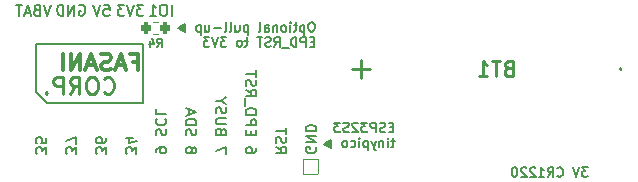
<source format=gbo>
G04 #@! TF.GenerationSoftware,KiCad,Pcbnew,6.0.9-8da3e8f707~117~ubuntu20.04.1*
G04 #@! TF.CreationDate,2022-12-28T17:02:08+01:00*
G04 #@! TF.ProjectId,tinypico-goodisplay,74696e79-7069-4636-9f2d-676f6f646973,rev?*
G04 #@! TF.SameCoordinates,Original*
G04 #@! TF.FileFunction,Legend,Bot*
G04 #@! TF.FilePolarity,Positive*
%FSLAX46Y46*%
G04 Gerber Fmt 4.6, Leading zero omitted, Abs format (unit mm)*
G04 Created by KiCad (PCBNEW 6.0.9-8da3e8f707~117~ubuntu20.04.1) date 2022-12-28 17:02:08*
%MOMM*%
%LPD*%
G01*
G04 APERTURE LIST*
G04 Aperture macros list*
%AMRoundRect*
0 Rectangle with rounded corners*
0 $1 Rounding radius*
0 $2 $3 $4 $5 $6 $7 $8 $9 X,Y pos of 4 corners*
0 Add a 4 corners polygon primitive as box body*
4,1,4,$2,$3,$4,$5,$6,$7,$8,$9,$2,$3,0*
0 Add four circle primitives for the rounded corners*
1,1,$1+$1,$2,$3*
1,1,$1+$1,$4,$5*
1,1,$1+$1,$6,$7*
1,1,$1+$1,$8,$9*
0 Add four rect primitives between the rounded corners*
20,1,$1+$1,$2,$3,$4,$5,0*
20,1,$1+$1,$4,$5,$6,$7,0*
20,1,$1+$1,$6,$7,$8,$9,0*
20,1,$1+$1,$8,$9,$2,$3,0*%
G04 Aperture macros list end*
%ADD10C,0.150000*%
%ADD11C,0.130000*%
%ADD12C,0.250000*%
%ADD13C,0.300000*%
%ADD14C,0.140000*%
%ADD15C,0.254000*%
%ADD16C,0.200000*%
%ADD17C,0.120000*%
%ADD18C,0.889000*%
%ADD19C,1.473200*%
%ADD20RoundRect,0.025400X0.635000X-0.635000X0.635000X0.635000X-0.635000X0.635000X-0.635000X-0.635000X0*%
%ADD21R,4.350000X2.300000*%
%ADD22R,4.040000X2.300000*%
%ADD23RoundRect,0.200000X0.200000X0.275000X-0.200000X0.275000X-0.200000X-0.275000X0.200000X-0.275000X0*%
G04 APERTURE END LIST*
D10*
X84875000Y-40900000D02*
X75825000Y-40900000D01*
X84875000Y-45900000D02*
X84875000Y-40900000D01*
X75825000Y-40900000D02*
X75825000Y-44900000D01*
X75825000Y-44900000D02*
X76775000Y-45900000D01*
X76775000Y-45900000D02*
X84875000Y-45900000D01*
D11*
X94478835Y-49707143D02*
X94478835Y-49878571D01*
X94435978Y-49964286D01*
X94393120Y-50007143D01*
X94264549Y-50092857D01*
X94093120Y-50135714D01*
X93750263Y-50135714D01*
X93664549Y-50092857D01*
X93621692Y-50050000D01*
X93578835Y-49964286D01*
X93578835Y-49792857D01*
X93621692Y-49707143D01*
X93664549Y-49664286D01*
X93750263Y-49621428D01*
X93964549Y-49621428D01*
X94050263Y-49664286D01*
X94093120Y-49707143D01*
X94135978Y-49792857D01*
X94135978Y-49964286D01*
X94093120Y-50050000D01*
X94050263Y-50092857D01*
X93964549Y-50135714D01*
X94050263Y-48550000D02*
X94050263Y-48250000D01*
X93578835Y-48121428D02*
X93578835Y-48550000D01*
X94478835Y-48550000D01*
X94478835Y-48121428D01*
X93578835Y-47735714D02*
X94478835Y-47735714D01*
X94478835Y-47392857D01*
X94435978Y-47307143D01*
X94393120Y-47264286D01*
X94307406Y-47221428D01*
X94178835Y-47221428D01*
X94093120Y-47264286D01*
X94050263Y-47307143D01*
X94007406Y-47392857D01*
X94007406Y-47735714D01*
X93578835Y-46835714D02*
X94478835Y-46835714D01*
X94478835Y-46621428D01*
X94435978Y-46492857D01*
X94350263Y-46407143D01*
X94264549Y-46364286D01*
X94093120Y-46321428D01*
X93964549Y-46321428D01*
X93793120Y-46364286D01*
X93707406Y-46407143D01*
X93621692Y-46492857D01*
X93578835Y-46621428D01*
X93578835Y-46835714D01*
X93493120Y-46150000D02*
X93493120Y-45464286D01*
X93578835Y-44735714D02*
X94007406Y-45035714D01*
X93578835Y-45250000D02*
X94478835Y-45250000D01*
X94478835Y-44907143D01*
X94435978Y-44821428D01*
X94393120Y-44778571D01*
X94307406Y-44735714D01*
X94178835Y-44735714D01*
X94093120Y-44778571D01*
X94050263Y-44821428D01*
X94007406Y-44907143D01*
X94007406Y-45250000D01*
X93621692Y-44392857D02*
X93578835Y-44264286D01*
X93578835Y-44050000D01*
X93621692Y-43964286D01*
X93664549Y-43921428D01*
X93750263Y-43878571D01*
X93835978Y-43878571D01*
X93921692Y-43921428D01*
X93964549Y-43964286D01*
X94007406Y-44050000D01*
X94050263Y-44221428D01*
X94093120Y-44307143D01*
X94135978Y-44350000D01*
X94221692Y-44392857D01*
X94307406Y-44392857D01*
X94393120Y-44350000D01*
X94435978Y-44307143D01*
X94478835Y-44221428D01*
X94478835Y-44007143D01*
X94435978Y-43878571D01*
X94478835Y-43621428D02*
X94478835Y-43107143D01*
X93578835Y-43364286D02*
X94478835Y-43364286D01*
X79233711Y-50178571D02*
X79233711Y-49621428D01*
X78890854Y-49921428D01*
X78890854Y-49792857D01*
X78847996Y-49707142D01*
X78805139Y-49664285D01*
X78719425Y-49621428D01*
X78505139Y-49621428D01*
X78419425Y-49664285D01*
X78376568Y-49707142D01*
X78333711Y-49792857D01*
X78333711Y-50050000D01*
X78376568Y-50135714D01*
X78419425Y-50178571D01*
X79233711Y-49321428D02*
X79233711Y-48721428D01*
X78333711Y-49107142D01*
X99517686Y-49621428D02*
X99560543Y-49707142D01*
X99560543Y-49835714D01*
X99517686Y-49964285D01*
X99431971Y-50049999D01*
X99346257Y-50092856D01*
X99174828Y-50135714D01*
X99046257Y-50135714D01*
X98874828Y-50092856D01*
X98789114Y-50049999D01*
X98703400Y-49964285D01*
X98660543Y-49835714D01*
X98660543Y-49749999D01*
X98703400Y-49621428D01*
X98746257Y-49578571D01*
X99046257Y-49578571D01*
X99046257Y-49749999D01*
X98660543Y-49192856D02*
X99560543Y-49192856D01*
X98660543Y-48678571D01*
X99560543Y-48678571D01*
X98660543Y-48249999D02*
X99560543Y-48249999D01*
X99560543Y-48035714D01*
X99517686Y-47907142D01*
X99431971Y-47821428D01*
X99346257Y-47778571D01*
X99174828Y-47735714D01*
X99046257Y-47735714D01*
X98874828Y-47778571D01*
X98789114Y-47821428D01*
X98703400Y-47907142D01*
X98660543Y-48035714D01*
X98660543Y-48249999D01*
X99222642Y-39017904D02*
X99070261Y-39017904D01*
X98994071Y-39056000D01*
X98917880Y-39132190D01*
X98879785Y-39284571D01*
X98879785Y-39551238D01*
X98917880Y-39703619D01*
X98994071Y-39779809D01*
X99070261Y-39817904D01*
X99222642Y-39817904D01*
X99298833Y-39779809D01*
X99375023Y-39703619D01*
X99413119Y-39551238D01*
X99413119Y-39284571D01*
X99375023Y-39132190D01*
X99298833Y-39056000D01*
X99222642Y-39017904D01*
X98536928Y-39284571D02*
X98536928Y-40084571D01*
X98536928Y-39322666D02*
X98460738Y-39284571D01*
X98308357Y-39284571D01*
X98232166Y-39322666D01*
X98194071Y-39360761D01*
X98155976Y-39436952D01*
X98155976Y-39665523D01*
X98194071Y-39741714D01*
X98232166Y-39779809D01*
X98308357Y-39817904D01*
X98460738Y-39817904D01*
X98536928Y-39779809D01*
X97927404Y-39284571D02*
X97622642Y-39284571D01*
X97813119Y-39017904D02*
X97813119Y-39703619D01*
X97775023Y-39779809D01*
X97698833Y-39817904D01*
X97622642Y-39817904D01*
X97355976Y-39817904D02*
X97355976Y-39284571D01*
X97355976Y-39017904D02*
X97394071Y-39056000D01*
X97355976Y-39094095D01*
X97317880Y-39056000D01*
X97355976Y-39017904D01*
X97355976Y-39094095D01*
X96860738Y-39817904D02*
X96936928Y-39779809D01*
X96975023Y-39741714D01*
X97013119Y-39665523D01*
X97013119Y-39436952D01*
X96975023Y-39360761D01*
X96936928Y-39322666D01*
X96860738Y-39284571D01*
X96746452Y-39284571D01*
X96670261Y-39322666D01*
X96632166Y-39360761D01*
X96594071Y-39436952D01*
X96594071Y-39665523D01*
X96632166Y-39741714D01*
X96670261Y-39779809D01*
X96746452Y-39817904D01*
X96860738Y-39817904D01*
X96251214Y-39284571D02*
X96251214Y-39817904D01*
X96251214Y-39360761D02*
X96213119Y-39322666D01*
X96136928Y-39284571D01*
X96022642Y-39284571D01*
X95946452Y-39322666D01*
X95908357Y-39398857D01*
X95908357Y-39817904D01*
X95184547Y-39817904D02*
X95184547Y-39398857D01*
X95222642Y-39322666D01*
X95298833Y-39284571D01*
X95451214Y-39284571D01*
X95527404Y-39322666D01*
X95184547Y-39779809D02*
X95260738Y-39817904D01*
X95451214Y-39817904D01*
X95527404Y-39779809D01*
X95565500Y-39703619D01*
X95565500Y-39627428D01*
X95527404Y-39551238D01*
X95451214Y-39513142D01*
X95260738Y-39513142D01*
X95184547Y-39475047D01*
X94689309Y-39817904D02*
X94765500Y-39779809D01*
X94803595Y-39703619D01*
X94803595Y-39017904D01*
X93775023Y-39284571D02*
X93775023Y-40084571D01*
X93775023Y-39322666D02*
X93698833Y-39284571D01*
X93546452Y-39284571D01*
X93470261Y-39322666D01*
X93432166Y-39360761D01*
X93394071Y-39436952D01*
X93394071Y-39665523D01*
X93432166Y-39741714D01*
X93470261Y-39779809D01*
X93546452Y-39817904D01*
X93698833Y-39817904D01*
X93775023Y-39779809D01*
X92708357Y-39284571D02*
X92708357Y-39817904D01*
X93051214Y-39284571D02*
X93051214Y-39703619D01*
X93013119Y-39779809D01*
X92936928Y-39817904D01*
X92822642Y-39817904D01*
X92746452Y-39779809D01*
X92708357Y-39741714D01*
X92213119Y-39817904D02*
X92289309Y-39779809D01*
X92327404Y-39703619D01*
X92327404Y-39017904D01*
X91794071Y-39817904D02*
X91870261Y-39779809D01*
X91908357Y-39703619D01*
X91908357Y-39017904D01*
X91489309Y-39513142D02*
X90879785Y-39513142D01*
X90155976Y-39284571D02*
X90155976Y-39817904D01*
X90498833Y-39284571D02*
X90498833Y-39703619D01*
X90460738Y-39779809D01*
X90384547Y-39817904D01*
X90270261Y-39817904D01*
X90194071Y-39779809D01*
X90155976Y-39741714D01*
X89775023Y-39284571D02*
X89775023Y-40084571D01*
X89775023Y-39322666D02*
X89698833Y-39284571D01*
X89546452Y-39284571D01*
X89470261Y-39322666D01*
X89432166Y-39360761D01*
X89394071Y-39436952D01*
X89394071Y-39665523D01*
X89432166Y-39741714D01*
X89470261Y-39779809D01*
X89546452Y-39817904D01*
X89698833Y-39817904D01*
X89775023Y-39779809D01*
X88403595Y-39208380D02*
X88403595Y-39817904D01*
X88365500Y-39246476D02*
X88365500Y-39779809D01*
X88327404Y-39246476D02*
X88327404Y-39779809D01*
X88289309Y-39284571D02*
X88289309Y-39741714D01*
X88251214Y-39284571D02*
X88251214Y-39741714D01*
X88213119Y-39322666D02*
X88213119Y-39703619D01*
X88175023Y-39322666D02*
X88175023Y-39703619D01*
X88136928Y-39360761D02*
X88136928Y-39665523D01*
X88098833Y-39398857D02*
X88098833Y-39627428D01*
X88060738Y-39398857D02*
X88060738Y-39627428D01*
X88022642Y-39436952D02*
X88022642Y-39589333D01*
X87984547Y-39436952D02*
X87984547Y-39589333D01*
X87946452Y-39513142D02*
X87908357Y-39513142D01*
X87946452Y-39475047D02*
X87946452Y-39551238D01*
X88441690Y-39208380D02*
X87870261Y-39513142D01*
X88441690Y-39817904D01*
X87832166Y-39513142D02*
X88441690Y-39856000D01*
X88441690Y-39170285D01*
X87832166Y-39513142D01*
X99375023Y-40686857D02*
X99108357Y-40686857D01*
X98994071Y-41105904D02*
X99375023Y-41105904D01*
X99375023Y-40305904D01*
X98994071Y-40305904D01*
X98651214Y-41105904D02*
X98651214Y-40305904D01*
X98346452Y-40305904D01*
X98270261Y-40344000D01*
X98232166Y-40382095D01*
X98194071Y-40458285D01*
X98194071Y-40572571D01*
X98232166Y-40648761D01*
X98270261Y-40686857D01*
X98346452Y-40724952D01*
X98651214Y-40724952D01*
X97851214Y-41105904D02*
X97851214Y-40305904D01*
X97660738Y-40305904D01*
X97546452Y-40344000D01*
X97470261Y-40420190D01*
X97432166Y-40496380D01*
X97394071Y-40648761D01*
X97394071Y-40763047D01*
X97432166Y-40915428D01*
X97470261Y-40991619D01*
X97546452Y-41067809D01*
X97660738Y-41105904D01*
X97851214Y-41105904D01*
X97241690Y-41182095D02*
X96632166Y-41182095D01*
X95984547Y-41105904D02*
X96251214Y-40724952D01*
X96441690Y-41105904D02*
X96441690Y-40305904D01*
X96136928Y-40305904D01*
X96060738Y-40344000D01*
X96022642Y-40382095D01*
X95984547Y-40458285D01*
X95984547Y-40572571D01*
X96022642Y-40648761D01*
X96060738Y-40686857D01*
X96136928Y-40724952D01*
X96441690Y-40724952D01*
X95679785Y-41067809D02*
X95565500Y-41105904D01*
X95375023Y-41105904D01*
X95298833Y-41067809D01*
X95260738Y-41029714D01*
X95222642Y-40953523D01*
X95222642Y-40877333D01*
X95260738Y-40801142D01*
X95298833Y-40763047D01*
X95375023Y-40724952D01*
X95527404Y-40686857D01*
X95603595Y-40648761D01*
X95641690Y-40610666D01*
X95679785Y-40534476D01*
X95679785Y-40458285D01*
X95641690Y-40382095D01*
X95603595Y-40344000D01*
X95527404Y-40305904D01*
X95336928Y-40305904D01*
X95222642Y-40344000D01*
X94994071Y-40305904D02*
X94536928Y-40305904D01*
X94765500Y-41105904D02*
X94765500Y-40305904D01*
X93775023Y-40572571D02*
X93470261Y-40572571D01*
X93660738Y-40305904D02*
X93660738Y-40991619D01*
X93622642Y-41067809D01*
X93546452Y-41105904D01*
X93470261Y-41105904D01*
X93089309Y-41105904D02*
X93165500Y-41067809D01*
X93203595Y-41029714D01*
X93241690Y-40953523D01*
X93241690Y-40724952D01*
X93203595Y-40648761D01*
X93165500Y-40610666D01*
X93089309Y-40572571D01*
X92975023Y-40572571D01*
X92898833Y-40610666D01*
X92860738Y-40648761D01*
X92822642Y-40724952D01*
X92822642Y-40953523D01*
X92860738Y-41029714D01*
X92898833Y-41067809D01*
X92975023Y-41105904D01*
X93089309Y-41105904D01*
X91946452Y-40305904D02*
X91451214Y-40305904D01*
X91717880Y-40610666D01*
X91603595Y-40610666D01*
X91527404Y-40648761D01*
X91489309Y-40686857D01*
X91451214Y-40763047D01*
X91451214Y-40953523D01*
X91489309Y-41029714D01*
X91527404Y-41067809D01*
X91603595Y-41105904D01*
X91832166Y-41105904D01*
X91908357Y-41067809D01*
X91946452Y-41029714D01*
X91222642Y-40305904D02*
X90955976Y-41105904D01*
X90689309Y-40305904D01*
X90498833Y-40305904D02*
X90003595Y-40305904D01*
X90270261Y-40610666D01*
X90155976Y-40610666D01*
X90079785Y-40648761D01*
X90041690Y-40686857D01*
X90003595Y-40763047D01*
X90003595Y-40953523D01*
X90041690Y-41029714D01*
X90079785Y-41067809D01*
X90155976Y-41105904D01*
X90384547Y-41105904D01*
X90460738Y-41067809D01*
X90498833Y-41029714D01*
X79485714Y-37600000D02*
X79571428Y-37557142D01*
X79700000Y-37557142D01*
X79828571Y-37600000D01*
X79914285Y-37685714D01*
X79957142Y-37771428D01*
X80000000Y-37942857D01*
X80000000Y-38071428D01*
X79957142Y-38242857D01*
X79914285Y-38328571D01*
X79828571Y-38414285D01*
X79700000Y-38457142D01*
X79614285Y-38457142D01*
X79485714Y-38414285D01*
X79442857Y-38371428D01*
X79442857Y-38071428D01*
X79614285Y-38071428D01*
X79057142Y-38457142D02*
X79057142Y-37557142D01*
X78542857Y-38457142D01*
X78542857Y-37557142D01*
X78114285Y-38457142D02*
X78114285Y-37557142D01*
X77900000Y-37557142D01*
X77771428Y-37600000D01*
X77685714Y-37685714D01*
X77642857Y-37771428D01*
X77600000Y-37942857D01*
X77600000Y-38071428D01*
X77642857Y-38242857D01*
X77685714Y-38328571D01*
X77771428Y-38414285D01*
X77900000Y-38457142D01*
X78114285Y-38457142D01*
D12*
X81558333Y-44950000D02*
X81625000Y-45016666D01*
X81825000Y-45083333D01*
X81958333Y-45083333D01*
X82158333Y-45016666D01*
X82291666Y-44883333D01*
X82358333Y-44750000D01*
X82425000Y-44483333D01*
X82425000Y-44283333D01*
X82358333Y-44016666D01*
X82291666Y-43883333D01*
X82158333Y-43750000D01*
X81958333Y-43683333D01*
X81825000Y-43683333D01*
X81625000Y-43750000D01*
X81558333Y-43816666D01*
X80691666Y-43683333D02*
X80425000Y-43683333D01*
X80291666Y-43750000D01*
X80158333Y-43883333D01*
X80091666Y-44150000D01*
X80091666Y-44616666D01*
X80158333Y-44883333D01*
X80291666Y-45016666D01*
X80425000Y-45083333D01*
X80691666Y-45083333D01*
X80825000Y-45016666D01*
X80958333Y-44883333D01*
X81025000Y-44616666D01*
X81025000Y-44150000D01*
X80958333Y-43883333D01*
X80825000Y-43750000D01*
X80691666Y-43683333D01*
X78691666Y-45083333D02*
X79158333Y-44416666D01*
X79491666Y-45083333D02*
X79491666Y-43683333D01*
X78958333Y-43683333D01*
X78825000Y-43750000D01*
X78758333Y-43816666D01*
X78691666Y-43950000D01*
X78691666Y-44150000D01*
X78758333Y-44283333D01*
X78825000Y-44350000D01*
X78958333Y-44416666D01*
X79491666Y-44416666D01*
X78091666Y-45083333D02*
X78091666Y-43683333D01*
X77558333Y-43683333D01*
X77425000Y-43750000D01*
X77358333Y-43816666D01*
X77291666Y-43950000D01*
X77291666Y-44150000D01*
X77358333Y-44283333D01*
X77425000Y-44350000D01*
X77558333Y-44416666D01*
X78091666Y-44416666D01*
X76691666Y-44950000D02*
X76625000Y-45016666D01*
X76691666Y-45083333D01*
X76758333Y-45016666D01*
X76691666Y-44950000D01*
X76691666Y-45083333D01*
D11*
X81774565Y-50178571D02*
X81774565Y-49621428D01*
X81431708Y-49921428D01*
X81431708Y-49792857D01*
X81388850Y-49707142D01*
X81345993Y-49664285D01*
X81260279Y-49621428D01*
X81045993Y-49621428D01*
X80960279Y-49664285D01*
X80917422Y-49707142D01*
X80874565Y-49792857D01*
X80874565Y-50050000D01*
X80917422Y-50135714D01*
X80960279Y-50178571D01*
X81774565Y-48850000D02*
X81774565Y-49021428D01*
X81731708Y-49107142D01*
X81688850Y-49150000D01*
X81560279Y-49235714D01*
X81388850Y-49278571D01*
X81045993Y-49278571D01*
X80960279Y-49235714D01*
X80917422Y-49192857D01*
X80874565Y-49107142D01*
X80874565Y-48935714D01*
X80917422Y-48850000D01*
X80960279Y-48807142D01*
X81045993Y-48764285D01*
X81260279Y-48764285D01*
X81345993Y-48807142D01*
X81388850Y-48850000D01*
X81431708Y-48935714D01*
X81431708Y-49107142D01*
X81388850Y-49192857D01*
X81345993Y-49235714D01*
X81260279Y-49278571D01*
X87300000Y-38457142D02*
X87300000Y-37557142D01*
X86700000Y-37557142D02*
X86528571Y-37557142D01*
X86442857Y-37600000D01*
X86357142Y-37685714D01*
X86314285Y-37857142D01*
X86314285Y-38157142D01*
X86357142Y-38328571D01*
X86442857Y-38414285D01*
X86528571Y-38457142D01*
X86700000Y-38457142D01*
X86785714Y-38414285D01*
X86871428Y-38328571D01*
X86914285Y-38157142D01*
X86914285Y-37857142D01*
X86871428Y-37685714D01*
X86785714Y-37600000D01*
X86700000Y-37557142D01*
X85457142Y-38457142D02*
X85971428Y-38457142D01*
X85714285Y-38457142D02*
X85714285Y-37557142D01*
X85800000Y-37685714D01*
X85885714Y-37771428D01*
X85971428Y-37814285D01*
X89011412Y-49964285D02*
X89054270Y-50049999D01*
X89097127Y-50092856D01*
X89182841Y-50135713D01*
X89225698Y-50135713D01*
X89311412Y-50092856D01*
X89354270Y-50049999D01*
X89397127Y-49964285D01*
X89397127Y-49792856D01*
X89354270Y-49707142D01*
X89311412Y-49664285D01*
X89225698Y-49621428D01*
X89182841Y-49621428D01*
X89097127Y-49664285D01*
X89054270Y-49707142D01*
X89011412Y-49792856D01*
X89011412Y-49964285D01*
X88968555Y-50049999D01*
X88925698Y-50092856D01*
X88839984Y-50135713D01*
X88668555Y-50135713D01*
X88582841Y-50092856D01*
X88539984Y-50049999D01*
X88497127Y-49964285D01*
X88497127Y-49792856D01*
X88539984Y-49707142D01*
X88582841Y-49664285D01*
X88668555Y-49621428D01*
X88839984Y-49621428D01*
X88925698Y-49664285D01*
X88968555Y-49707142D01*
X89011412Y-49792856D01*
X88539984Y-48592856D02*
X88497127Y-48464285D01*
X88497127Y-48249999D01*
X88539984Y-48164285D01*
X88582841Y-48121428D01*
X88668555Y-48078570D01*
X88754270Y-48078570D01*
X88839984Y-48121428D01*
X88882841Y-48164285D01*
X88925698Y-48249999D01*
X88968555Y-48421428D01*
X89011412Y-48507142D01*
X89054270Y-48549999D01*
X89139984Y-48592856D01*
X89225698Y-48592856D01*
X89311412Y-48549999D01*
X89354270Y-48507142D01*
X89397127Y-48421428D01*
X89397127Y-48207142D01*
X89354270Y-48078570D01*
X88497127Y-47692856D02*
X89397127Y-47692856D01*
X89397127Y-47478570D01*
X89354270Y-47349999D01*
X89268555Y-47264285D01*
X89182841Y-47221428D01*
X89011412Y-47178570D01*
X88882841Y-47178570D01*
X88711412Y-47221428D01*
X88625698Y-47264285D01*
X88539984Y-47349999D01*
X88497127Y-47478570D01*
X88497127Y-47692856D01*
X88754270Y-46835713D02*
X88754270Y-46407142D01*
X88497127Y-46921428D02*
X89397127Y-46621428D01*
X88497127Y-46321428D01*
D13*
X84008333Y-42350000D02*
X84475000Y-42350000D01*
X84475000Y-43083333D02*
X84475000Y-41683333D01*
X83808333Y-41683333D01*
X83341666Y-42683333D02*
X82675000Y-42683333D01*
X83475000Y-43083333D02*
X83008333Y-41683333D01*
X82541666Y-43083333D01*
X82141666Y-43016666D02*
X81941666Y-43083333D01*
X81608333Y-43083333D01*
X81475000Y-43016666D01*
X81408333Y-42950000D01*
X81341666Y-42816666D01*
X81341666Y-42683333D01*
X81408333Y-42550000D01*
X81475000Y-42483333D01*
X81608333Y-42416666D01*
X81875000Y-42350000D01*
X82008333Y-42283333D01*
X82075000Y-42216666D01*
X82141666Y-42083333D01*
X82141666Y-41950000D01*
X82075000Y-41816666D01*
X82008333Y-41750000D01*
X81875000Y-41683333D01*
X81541666Y-41683333D01*
X81341666Y-41750000D01*
X80808333Y-42683333D02*
X80141666Y-42683333D01*
X80941666Y-43083333D02*
X80475000Y-41683333D01*
X80008333Y-43083333D01*
X79541666Y-43083333D02*
X79541666Y-41683333D01*
X78741666Y-43083333D01*
X78741666Y-41683333D01*
X78075000Y-43083333D02*
X78075000Y-41683333D01*
D11*
X91937981Y-50178571D02*
X91937981Y-49578571D01*
X91037981Y-49964285D01*
X91509409Y-48250000D02*
X91466552Y-48121428D01*
X91423695Y-48078571D01*
X91337981Y-48035714D01*
X91209409Y-48035714D01*
X91123695Y-48078571D01*
X91080838Y-48121428D01*
X91037981Y-48207142D01*
X91037981Y-48550000D01*
X91937981Y-48550000D01*
X91937981Y-48250000D01*
X91895124Y-48164285D01*
X91852266Y-48121428D01*
X91766552Y-48078571D01*
X91680838Y-48078571D01*
X91595124Y-48121428D01*
X91552266Y-48164285D01*
X91509409Y-48250000D01*
X91509409Y-48550000D01*
X91937981Y-47650000D02*
X91209409Y-47650000D01*
X91123695Y-47607142D01*
X91080838Y-47564285D01*
X91037981Y-47478571D01*
X91037981Y-47307142D01*
X91080838Y-47221428D01*
X91123695Y-47178571D01*
X91209409Y-47135714D01*
X91937981Y-47135714D01*
X91080838Y-46750000D02*
X91037981Y-46621428D01*
X91037981Y-46407142D01*
X91080838Y-46321428D01*
X91123695Y-46278571D01*
X91209409Y-46235714D01*
X91295124Y-46235714D01*
X91380838Y-46278571D01*
X91423695Y-46321428D01*
X91466552Y-46407142D01*
X91509409Y-46578571D01*
X91552266Y-46664285D01*
X91595124Y-46707142D01*
X91680838Y-46750000D01*
X91766552Y-46750000D01*
X91852266Y-46707142D01*
X91895124Y-46664285D01*
X91937981Y-46578571D01*
X91937981Y-46364285D01*
X91895124Y-46235714D01*
X91466552Y-45678571D02*
X91037981Y-45678571D01*
X91937981Y-45978571D02*
X91466552Y-45678571D01*
X91937981Y-45378571D01*
X81571428Y-37557142D02*
X82000000Y-37557142D01*
X82042857Y-37985714D01*
X82000000Y-37942857D01*
X81914285Y-37900000D01*
X81700000Y-37900000D01*
X81614285Y-37942857D01*
X81571428Y-37985714D01*
X81528571Y-38071428D01*
X81528571Y-38285714D01*
X81571428Y-38371428D01*
X81614285Y-38414285D01*
X81700000Y-38457142D01*
X81914285Y-38457142D01*
X82000000Y-38414285D01*
X82042857Y-38371428D01*
X81271428Y-37557142D02*
X80971428Y-38457142D01*
X80671428Y-37557142D01*
D14*
X122538095Y-51311904D02*
X122042857Y-51311904D01*
X122309523Y-51616666D01*
X122195238Y-51616666D01*
X122119047Y-51654761D01*
X122080952Y-51692857D01*
X122042857Y-51769047D01*
X122042857Y-51959523D01*
X122080952Y-52035714D01*
X122119047Y-52073809D01*
X122195238Y-52111904D01*
X122423809Y-52111904D01*
X122500000Y-52073809D01*
X122538095Y-52035714D01*
X121814285Y-51311904D02*
X121547619Y-52111904D01*
X121280952Y-51311904D01*
X119947619Y-52035714D02*
X119985714Y-52073809D01*
X120100000Y-52111904D01*
X120176190Y-52111904D01*
X120290476Y-52073809D01*
X120366666Y-51997619D01*
X120404761Y-51921428D01*
X120442857Y-51769047D01*
X120442857Y-51654761D01*
X120404761Y-51502380D01*
X120366666Y-51426190D01*
X120290476Y-51350000D01*
X120176190Y-51311904D01*
X120100000Y-51311904D01*
X119985714Y-51350000D01*
X119947619Y-51388095D01*
X119147619Y-52111904D02*
X119414285Y-51730952D01*
X119604761Y-52111904D02*
X119604761Y-51311904D01*
X119300000Y-51311904D01*
X119223809Y-51350000D01*
X119185714Y-51388095D01*
X119147619Y-51464285D01*
X119147619Y-51578571D01*
X119185714Y-51654761D01*
X119223809Y-51692857D01*
X119300000Y-51730952D01*
X119604761Y-51730952D01*
X118385714Y-52111904D02*
X118842857Y-52111904D01*
X118614285Y-52111904D02*
X118614285Y-51311904D01*
X118690476Y-51426190D01*
X118766666Y-51502380D01*
X118842857Y-51540476D01*
X118080952Y-51388095D02*
X118042857Y-51350000D01*
X117966666Y-51311904D01*
X117776190Y-51311904D01*
X117700000Y-51350000D01*
X117661904Y-51388095D01*
X117623809Y-51464285D01*
X117623809Y-51540476D01*
X117661904Y-51654761D01*
X118119047Y-52111904D01*
X117623809Y-52111904D01*
X117319047Y-51388095D02*
X117280952Y-51350000D01*
X117204761Y-51311904D01*
X117014285Y-51311904D01*
X116938095Y-51350000D01*
X116900000Y-51388095D01*
X116861904Y-51464285D01*
X116861904Y-51540476D01*
X116900000Y-51654761D01*
X117357142Y-52111904D01*
X116861904Y-52111904D01*
X116366666Y-51311904D02*
X116290476Y-51311904D01*
X116214285Y-51350000D01*
X116176190Y-51388095D01*
X116138095Y-51464285D01*
X116100000Y-51616666D01*
X116100000Y-51807142D01*
X116138095Y-51959523D01*
X116176190Y-52035714D01*
X116214285Y-52073809D01*
X116290476Y-52111904D01*
X116366666Y-52111904D01*
X116442857Y-52073809D01*
X116480952Y-52035714D01*
X116519047Y-51959523D01*
X116557142Y-51807142D01*
X116557142Y-51616666D01*
X116519047Y-51464285D01*
X116480952Y-51388095D01*
X116442857Y-51350000D01*
X116366666Y-51311904D01*
D11*
X85956273Y-50049999D02*
X85956273Y-49878571D01*
X85999130Y-49792857D01*
X86041987Y-49749999D01*
X86170558Y-49664285D01*
X86341987Y-49621428D01*
X86684844Y-49621428D01*
X86770558Y-49664285D01*
X86813416Y-49707142D01*
X86856273Y-49792857D01*
X86856273Y-49964285D01*
X86813416Y-50049999D01*
X86770558Y-50092857D01*
X86684844Y-50135714D01*
X86470558Y-50135714D01*
X86384844Y-50092857D01*
X86341987Y-50049999D01*
X86299130Y-49964285D01*
X86299130Y-49792857D01*
X86341987Y-49707142D01*
X86384844Y-49664285D01*
X86470558Y-49621428D01*
X85999130Y-48592857D02*
X85956273Y-48464285D01*
X85956273Y-48249999D01*
X85999130Y-48164285D01*
X86041987Y-48121428D01*
X86127701Y-48078571D01*
X86213416Y-48078571D01*
X86299130Y-48121428D01*
X86341987Y-48164285D01*
X86384844Y-48249999D01*
X86427701Y-48421428D01*
X86470558Y-48507142D01*
X86513416Y-48549999D01*
X86599130Y-48592857D01*
X86684844Y-48592857D01*
X86770558Y-48549999D01*
X86813416Y-48507142D01*
X86856273Y-48421428D01*
X86856273Y-48207142D01*
X86813416Y-48078571D01*
X86041987Y-47178571D02*
X85999130Y-47221428D01*
X85956273Y-47349999D01*
X85956273Y-47435714D01*
X85999130Y-47564285D01*
X86084844Y-47649999D01*
X86170558Y-47692857D01*
X86341987Y-47735714D01*
X86470558Y-47735714D01*
X86641987Y-47692857D01*
X86727701Y-47649999D01*
X86813416Y-47564285D01*
X86856273Y-47435714D01*
X86856273Y-47349999D01*
X86813416Y-47221428D01*
X86770558Y-47178571D01*
X85956273Y-46364285D02*
X85956273Y-46792857D01*
X86856273Y-46792857D01*
X96119689Y-49578571D02*
X96548260Y-49878571D01*
X96119689Y-50092856D02*
X97019689Y-50092856D01*
X97019689Y-49749999D01*
X96976832Y-49664285D01*
X96933974Y-49621428D01*
X96848260Y-49578571D01*
X96719689Y-49578571D01*
X96633974Y-49621428D01*
X96591117Y-49664285D01*
X96548260Y-49749999D01*
X96548260Y-50092856D01*
X96162546Y-49235714D02*
X96119689Y-49107142D01*
X96119689Y-48892856D01*
X96162546Y-48807142D01*
X96205403Y-48764285D01*
X96291117Y-48721428D01*
X96376832Y-48721428D01*
X96462546Y-48764285D01*
X96505403Y-48807142D01*
X96548260Y-48892856D01*
X96591117Y-49064285D01*
X96633974Y-49149999D01*
X96676832Y-49192856D01*
X96762546Y-49235714D01*
X96848260Y-49235714D01*
X96933974Y-49192856D01*
X96976832Y-49149999D01*
X97019689Y-49064285D01*
X97019689Y-48849999D01*
X96976832Y-48721428D01*
X97019689Y-48464285D02*
X97019689Y-47949999D01*
X96119689Y-48207142D02*
X97019689Y-48207142D01*
X84315419Y-50178571D02*
X84315419Y-49621428D01*
X83972562Y-49921428D01*
X83972562Y-49792857D01*
X83929704Y-49707142D01*
X83886847Y-49664285D01*
X83801133Y-49621428D01*
X83586847Y-49621428D01*
X83501133Y-49664285D01*
X83458276Y-49707142D01*
X83415419Y-49792857D01*
X83415419Y-50050000D01*
X83458276Y-50135714D01*
X83501133Y-50178571D01*
X84015419Y-48850000D02*
X83415419Y-48850000D01*
X84358276Y-49064285D02*
X83715419Y-49278571D01*
X83715419Y-48721428D01*
X84914285Y-37557142D02*
X84357142Y-37557142D01*
X84657142Y-37900000D01*
X84528571Y-37900000D01*
X84442857Y-37942857D01*
X84400000Y-37985714D01*
X84357142Y-38071428D01*
X84357142Y-38285714D01*
X84400000Y-38371428D01*
X84442857Y-38414285D01*
X84528571Y-38457142D01*
X84785714Y-38457142D01*
X84871428Y-38414285D01*
X84914285Y-38371428D01*
X84100000Y-37557142D02*
X83800000Y-38457142D01*
X83500000Y-37557142D01*
X83285714Y-37557142D02*
X82728571Y-37557142D01*
X83028571Y-37900000D01*
X82900000Y-37900000D01*
X82814285Y-37942857D01*
X82771428Y-37985714D01*
X82728571Y-38071428D01*
X82728571Y-38285714D01*
X82771428Y-38371428D01*
X82814285Y-38414285D01*
X82900000Y-38457142D01*
X83157142Y-38457142D01*
X83242857Y-38414285D01*
X83285714Y-38371428D01*
X77078571Y-37557142D02*
X76778571Y-38457142D01*
X76478571Y-37557142D01*
X75878571Y-37985714D02*
X75750000Y-38028571D01*
X75707142Y-38071428D01*
X75664285Y-38157142D01*
X75664285Y-38285714D01*
X75707142Y-38371428D01*
X75750000Y-38414285D01*
X75835714Y-38457142D01*
X76178571Y-38457142D01*
X76178571Y-37557142D01*
X75878571Y-37557142D01*
X75792857Y-37600000D01*
X75750000Y-37642857D01*
X75707142Y-37728571D01*
X75707142Y-37814285D01*
X75750000Y-37900000D01*
X75792857Y-37942857D01*
X75878571Y-37985714D01*
X76178571Y-37985714D01*
X75321428Y-38200000D02*
X74892857Y-38200000D01*
X75407142Y-38457142D02*
X75107142Y-37557142D01*
X74807142Y-38457142D01*
X74635714Y-37557142D02*
X74121428Y-37557142D01*
X74378571Y-38457142D02*
X74378571Y-37557142D01*
D15*
X102538095Y-42957142D02*
X104061904Y-42957142D01*
X103300000Y-42195238D02*
X103300000Y-43719047D01*
D11*
X106075023Y-47898857D02*
X105808357Y-47898857D01*
X105694071Y-48317904D02*
X106075023Y-48317904D01*
X106075023Y-47517904D01*
X105694071Y-47517904D01*
X105389309Y-48279809D02*
X105275023Y-48317904D01*
X105084547Y-48317904D01*
X105008357Y-48279809D01*
X104970261Y-48241714D01*
X104932166Y-48165523D01*
X104932166Y-48089333D01*
X104970261Y-48013142D01*
X105008357Y-47975047D01*
X105084547Y-47936952D01*
X105236928Y-47898857D01*
X105313119Y-47860761D01*
X105351214Y-47822666D01*
X105389309Y-47746476D01*
X105389309Y-47670285D01*
X105351214Y-47594095D01*
X105313119Y-47556000D01*
X105236928Y-47517904D01*
X105046452Y-47517904D01*
X104932166Y-47556000D01*
X104589309Y-48317904D02*
X104589309Y-47517904D01*
X104284547Y-47517904D01*
X104208357Y-47556000D01*
X104170261Y-47594095D01*
X104132166Y-47670285D01*
X104132166Y-47784571D01*
X104170261Y-47860761D01*
X104208357Y-47898857D01*
X104284547Y-47936952D01*
X104589309Y-47936952D01*
X103865500Y-47517904D02*
X103370261Y-47517904D01*
X103636928Y-47822666D01*
X103522642Y-47822666D01*
X103446452Y-47860761D01*
X103408357Y-47898857D01*
X103370261Y-47975047D01*
X103370261Y-48165523D01*
X103408357Y-48241714D01*
X103446452Y-48279809D01*
X103522642Y-48317904D01*
X103751214Y-48317904D01*
X103827404Y-48279809D01*
X103865500Y-48241714D01*
X103065500Y-47594095D02*
X103027404Y-47556000D01*
X102951214Y-47517904D01*
X102760738Y-47517904D01*
X102684547Y-47556000D01*
X102646452Y-47594095D01*
X102608357Y-47670285D01*
X102608357Y-47746476D01*
X102646452Y-47860761D01*
X103103595Y-48317904D01*
X102608357Y-48317904D01*
X102303595Y-48279809D02*
X102189309Y-48317904D01*
X101998833Y-48317904D01*
X101922642Y-48279809D01*
X101884547Y-48241714D01*
X101846452Y-48165523D01*
X101846452Y-48089333D01*
X101884547Y-48013142D01*
X101922642Y-47975047D01*
X101998833Y-47936952D01*
X102151214Y-47898857D01*
X102227404Y-47860761D01*
X102265500Y-47822666D01*
X102303595Y-47746476D01*
X102303595Y-47670285D01*
X102265500Y-47594095D01*
X102227404Y-47556000D01*
X102151214Y-47517904D01*
X101960738Y-47517904D01*
X101846452Y-47556000D01*
X101579785Y-47517904D02*
X101084547Y-47517904D01*
X101351214Y-47822666D01*
X101236928Y-47822666D01*
X101160738Y-47860761D01*
X101122642Y-47898857D01*
X101084547Y-47975047D01*
X101084547Y-48165523D01*
X101122642Y-48241714D01*
X101160738Y-48279809D01*
X101236928Y-48317904D01*
X101465500Y-48317904D01*
X101541690Y-48279809D01*
X101579785Y-48241714D01*
X106189309Y-49072571D02*
X105884547Y-49072571D01*
X106075023Y-48805904D02*
X106075023Y-49491619D01*
X106036928Y-49567809D01*
X105960738Y-49605904D01*
X105884547Y-49605904D01*
X105617880Y-49605904D02*
X105617880Y-49072571D01*
X105617880Y-48805904D02*
X105655976Y-48844000D01*
X105617880Y-48882095D01*
X105579785Y-48844000D01*
X105617880Y-48805904D01*
X105617880Y-48882095D01*
X105236928Y-49072571D02*
X105236928Y-49605904D01*
X105236928Y-49148761D02*
X105198833Y-49110666D01*
X105122642Y-49072571D01*
X105008357Y-49072571D01*
X104932166Y-49110666D01*
X104894071Y-49186857D01*
X104894071Y-49605904D01*
X104589309Y-49072571D02*
X104398833Y-49605904D01*
X104208357Y-49072571D02*
X104398833Y-49605904D01*
X104475023Y-49796380D01*
X104513119Y-49834476D01*
X104589309Y-49872571D01*
X103903595Y-49072571D02*
X103903595Y-49872571D01*
X103903595Y-49110666D02*
X103827404Y-49072571D01*
X103675023Y-49072571D01*
X103598833Y-49110666D01*
X103560738Y-49148761D01*
X103522642Y-49224952D01*
X103522642Y-49453523D01*
X103560738Y-49529714D01*
X103598833Y-49567809D01*
X103675023Y-49605904D01*
X103827404Y-49605904D01*
X103903595Y-49567809D01*
X103179785Y-49605904D02*
X103179785Y-49072571D01*
X103179785Y-48805904D02*
X103217880Y-48844000D01*
X103179785Y-48882095D01*
X103141690Y-48844000D01*
X103179785Y-48805904D01*
X103179785Y-48882095D01*
X102455976Y-49567809D02*
X102532166Y-49605904D01*
X102684547Y-49605904D01*
X102760738Y-49567809D01*
X102798833Y-49529714D01*
X102836928Y-49453523D01*
X102836928Y-49224952D01*
X102798833Y-49148761D01*
X102760738Y-49110666D01*
X102684547Y-49072571D01*
X102532166Y-49072571D01*
X102455976Y-49110666D01*
X101998833Y-49605904D02*
X102075023Y-49567809D01*
X102113119Y-49529714D01*
X102151214Y-49453523D01*
X102151214Y-49224952D01*
X102113119Y-49148761D01*
X102075023Y-49110666D01*
X101998833Y-49072571D01*
X101884547Y-49072571D01*
X101808357Y-49110666D01*
X101770261Y-49148761D01*
X101732166Y-49224952D01*
X101732166Y-49453523D01*
X101770261Y-49529714D01*
X101808357Y-49567809D01*
X101884547Y-49605904D01*
X101998833Y-49605904D01*
X100741690Y-48996380D02*
X100741690Y-49605904D01*
X100703595Y-49034476D02*
X100703595Y-49567809D01*
X100665500Y-49034476D02*
X100665500Y-49567809D01*
X100627404Y-49072571D02*
X100627404Y-49529714D01*
X100589309Y-49072571D02*
X100589309Y-49529714D01*
X100551214Y-49110666D02*
X100551214Y-49491619D01*
X100513119Y-49110666D02*
X100513119Y-49491619D01*
X100475023Y-49148761D02*
X100475023Y-49453523D01*
X100436928Y-49186857D02*
X100436928Y-49415428D01*
X100398833Y-49186857D02*
X100398833Y-49415428D01*
X100360738Y-49224952D02*
X100360738Y-49377333D01*
X100322642Y-49224952D02*
X100322642Y-49377333D01*
X100284547Y-49301142D02*
X100246452Y-49301142D01*
X100284547Y-49263047D02*
X100284547Y-49339238D01*
X100779785Y-48996380D02*
X100208357Y-49301142D01*
X100779785Y-49605904D01*
X100170261Y-49301142D02*
X100779785Y-49644000D01*
X100779785Y-48958285D01*
X100170261Y-49301142D01*
X76692857Y-50178571D02*
X76692857Y-49621428D01*
X76350000Y-49921428D01*
X76350000Y-49792857D01*
X76307142Y-49707142D01*
X76264285Y-49664285D01*
X76178571Y-49621428D01*
X75964285Y-49621428D01*
X75878571Y-49664285D01*
X75835714Y-49707142D01*
X75792857Y-49792857D01*
X75792857Y-50050000D01*
X75835714Y-50135714D01*
X75878571Y-50178571D01*
X76692857Y-48807142D02*
X76692857Y-49235714D01*
X76264285Y-49278571D01*
X76307142Y-49235714D01*
X76350000Y-49150000D01*
X76350000Y-48935714D01*
X76307142Y-48850000D01*
X76264285Y-48807142D01*
X76178571Y-48764285D01*
X75964285Y-48764285D01*
X75878571Y-48807142D01*
X75835714Y-48850000D01*
X75792857Y-48935714D01*
X75792857Y-49150000D01*
X75835714Y-49235714D01*
X75878571Y-49278571D01*
D15*
X115797857Y-42909285D02*
X115616428Y-42969761D01*
X115555952Y-43030238D01*
X115495476Y-43151190D01*
X115495476Y-43332619D01*
X115555952Y-43453571D01*
X115616428Y-43514047D01*
X115737380Y-43574523D01*
X116221190Y-43574523D01*
X116221190Y-42304523D01*
X115797857Y-42304523D01*
X115676904Y-42365000D01*
X115616428Y-42425476D01*
X115555952Y-42546428D01*
X115555952Y-42667380D01*
X115616428Y-42788333D01*
X115676904Y-42848809D01*
X115797857Y-42909285D01*
X116221190Y-42909285D01*
X115132619Y-42304523D02*
X114406904Y-42304523D01*
X114769761Y-43574523D02*
X114769761Y-42304523D01*
X113318333Y-43574523D02*
X114044047Y-43574523D01*
X113681190Y-43574523D02*
X113681190Y-42304523D01*
X113802142Y-42485952D01*
X113923095Y-42606904D01*
X114044047Y-42667380D01*
D11*
X86066666Y-41116666D02*
X86300000Y-40783333D01*
X86466666Y-41116666D02*
X86466666Y-40416666D01*
X86200000Y-40416666D01*
X86133333Y-40450000D01*
X86100000Y-40483333D01*
X86066666Y-40550000D01*
X86066666Y-40650000D01*
X86100000Y-40716666D01*
X86133333Y-40750000D01*
X86200000Y-40783333D01*
X86466666Y-40783333D01*
X85466666Y-40650000D02*
X85466666Y-41116666D01*
X85633333Y-40383333D02*
X85800000Y-40883333D01*
X85366666Y-40883333D01*
D16*
X125310000Y-43100000D02*
X125310000Y-43100000D01*
X125310000Y-42900000D02*
X125310000Y-42900000D01*
X125310000Y-42900000D02*
G75*
G03*
X125310000Y-43100000I0J-100000D01*
G01*
X125310000Y-43100000D02*
G75*
G03*
X125310000Y-42900000I0J100000D01*
G01*
D17*
X86187258Y-38977500D02*
X85712742Y-38977500D01*
X86187258Y-40022500D02*
X85712742Y-40022500D01*
%LPC*%
D18*
X108688600Y-50740000D03*
X105691400Y-50740000D03*
D19*
X76254000Y-36080000D03*
D20*
X78794000Y-36080000D03*
D19*
X81334000Y-36080000D03*
X83874000Y-36080000D03*
X86414000Y-36080000D03*
D20*
X99114000Y-51320000D03*
D19*
X96574000Y-51320000D03*
X94034000Y-51320000D03*
X91494000Y-51320000D03*
X88954000Y-51320000D03*
X86414000Y-51320000D03*
X83874000Y-51320000D03*
X81334000Y-51320000D03*
X78794000Y-51320000D03*
X76254000Y-51320000D03*
D21*
X106895000Y-43000000D03*
D22*
X122860000Y-43000000D03*
D23*
X86775000Y-39500000D03*
X85125000Y-39500000D03*
M02*

</source>
